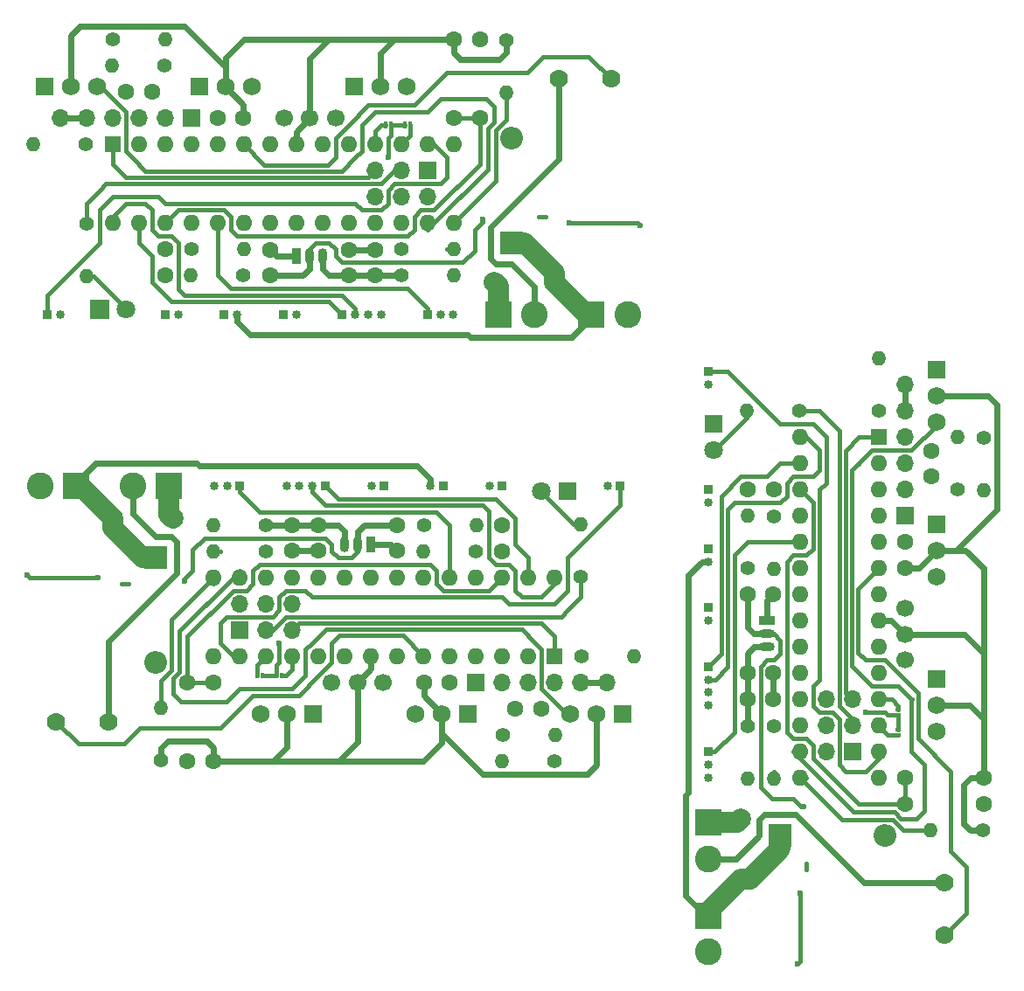
<source format=gtl>
%MOIN*%
%OFA0B0*%
%FSLAX46Y46*%
%IPPOS*%
%LPD*%
%AMREC230*
4,1,3,
0.043307086614173228,0.043307086614173242,
-0.043307086614173242,0.043307086614173228,
-0.043307086614173228,-0.043307086614173242,
0.043307086614173242,-0.043307086614173228,
0*%
%AMREC240*
4,1,3,
0.033464566929133854,0.033464566929133861,
-0.033464566929133861,0.033464566929133854,
-0.033464566929133854,-0.033464566929133861,
0.033464566929133861,-0.033464566929133854,
0*%
%AMREC250*
4,1,3,
0.007874015748031496,0.011811023622047244,
-0.0078740157480314977,0.011811023622047244,
-0.007874015748031496,-0.011811023622047244,
0.0078740157480314977,-0.011811023622047244,
0*%
%AMREC260*
4,1,3,
0.035433070866141732,0.035433070866141739,
-0.035433070866141739,0.035433070866141732,
-0.035433070866141732,-0.035433070866141739,
0.035433070866141739,-0.035433070866141732,
0*%
%AMREC270*
4,1,3,
0.03444881889763779,0.0344488188976378,
-0.0344488188976378,0.03444881889763779,
-0.03444881889763779,-0.0344488188976378,
0.0344488188976378,-0.03444881889763779,
0*%
%AMREC280*
4,1,3,
0.031496062992125984,0.031496062992125991,
-0.031496062992125991,0.031496062992125984,
-0.031496062992125984,-0.031496062992125991,
0.031496062992125991,-0.031496062992125984,
0*%
%AMREC290*
4,1,3,
0.051181102362204724,0.051181102362204738,
-0.051181102362204738,0.051181102362204724,
-0.051181102362204724,-0.051181102362204738,
0.051181102362204738,-0.051181102362204724,
0*%
%AMREC300*
4,1,3,
0.017716535433070862,0.029527559055118113,
-0.017716535433070873,0.029527559055118113,
-0.017716535433070862,-0.029527559055118113,
0.017716535433070873,-0.029527559055118113,
0*%
%AMREC310*
4,1,3,
0.016732283464566927,0.016732283464566931,
-0.016732283464566931,0.016732283464566927,
-0.016732283464566927,-0.016732283464566931,
0.016732283464566931,-0.016732283464566927,
0*%
%ADD10C,0.0039370078740157488*%
%ADD11R,0.086614173228346469X0.086614173228346469*%
%ADD12O,0.086614173228346469X0.086614173228346469*%
%ADD13C,0.07*%
%ADD14R,0.066929133858267723X0.066929133858267723*%
%ADD15O,0.066929133858267723X0.066929133858267723*%
%ADD16R,0.015748031496062995X0.023622047244094488*%
%ADD17R,0.070866141732283464X0.070866141732283464*%
%ADD18C,0.070866141732283464*%
%ADD19C,0.068897637795275593*%
%ADD20R,0.068897637795275593X0.068897637795275593*%
%ADD21C,0.07874015748031496*%
%ADD22R,0.062992125984251982X0.062992125984251982*%
%ADD23O,0.062992125984251982X0.062992125984251982*%
%ADD24R,0.10236220472440946X0.10236220472440946*%
%ADD25C,0.10236220472440946*%
%ADD26C,0.066929133858267723*%
%ADD27C,0.055118110236220472*%
%ADD28O,0.055118110236220472X0.055118110236220472*%
%ADD29C,0.062992125984251982*%
%ADD30O,0.035433070866141732X0.059055118110236227*%
%ADD31R,0.035433070866141732X0.059055118110236227*%
%ADD32R,0.033464566929133861X0.033464566929133861*%
%ADD33C,0.033464566929133861*%
%ADD34C,0.023622047244094488*%
%ADD35C,0.016*%
%ADD36C,0.024000000000000004*%
%ADD37C,0.08*%
%ADD48C,0.0039370078740157488*%
%AMCOMP63*
4,1,3,
0.043307086614173228,0.043307086614173242,
-0.043307086614173242,0.043307086614173228,
-0.043307086614173228,-0.043307086614173242,
0.043307086614173242,-0.043307086614173228,
0*%
%ADD49COMP63*%
%ADD50O,0.086614173228346469X0.086614173228346469*%
%ADD51C,0.07*%
%AMCOMP64*
4,1,3,
0.033464566929133854,0.033464566929133861,
-0.033464566929133861,0.033464566929133854,
-0.033464566929133854,-0.033464566929133861,
0.033464566929133861,-0.033464566929133854,
0*%
%ADD52COMP64*%
%ADD53O,0.066929133858267723X0.066929133858267723*%
%AMCOMP65*
4,1,3,
0.007874015748031496,0.011811023622047244,
-0.0078740157480314977,0.011811023622047244,
-0.007874015748031496,-0.011811023622047244,
0.0078740157480314977,-0.011811023622047244,
0*%
%ADD54COMP65*%
%AMCOMP66*
4,1,3,
0.035433070866141732,0.035433070866141739,
-0.035433070866141739,0.035433070866141732,
-0.035433070866141732,-0.035433070866141739,
0.035433070866141739,-0.035433070866141732,
0*%
%ADD55COMP66*%
%ADD56C,0.070866141732283464*%
%ADD57C,0.068897637795275593*%
%AMCOMP67*
4,1,3,
0.03444881889763779,0.0344488188976378,
-0.0344488188976378,0.03444881889763779,
-0.03444881889763779,-0.0344488188976378,
0.0344488188976378,-0.03444881889763779,
0*%
%ADD58COMP67*%
%ADD59C,0.07874015748031496*%
%AMCOMP68*
4,1,3,
0.031496062992125984,0.031496062992125991,
-0.031496062992125991,0.031496062992125984,
-0.031496062992125984,-0.031496062992125991,
0.031496062992125991,-0.031496062992125984,
0*%
%ADD60COMP68*%
%ADD61O,0.062992125984251982X0.062992125984251982*%
%AMCOMP69*
4,1,3,
0.051181102362204724,0.051181102362204738,
-0.051181102362204738,0.051181102362204724,
-0.051181102362204724,-0.051181102362204738,
0.051181102362204738,-0.051181102362204724,
0*%
%ADD62COMP69*%
%ADD63C,0.10236220472440946*%
%ADD64C,0.066929133858267723*%
%ADD65C,0.055118110236220472*%
%ADD66O,0.055118110236220472X0.055118110236220472*%
%ADD67C,0.062992125984251982*%
%ADD68O,0.035433070866141732X0.059055118110236227*%
%AMCOMP70*
4,1,3,
0.017716535433070862,0.029527559055118113,
-0.017716535433070873,0.029527559055118113,
-0.017716535433070862,-0.029527559055118113,
0.017716535433070873,-0.029527559055118113,
0*%
%ADD69COMP70*%
%AMCOMP71*
4,1,3,
0.016732283464566927,0.016732283464566931,
-0.016732283464566931,0.016732283464566927,
-0.016732283464566927,-0.016732283464566931,
0.016732283464566931,-0.016732283464566927,
0*%
%ADD70COMP71*%
%ADD71C,0.033464566929133861*%
%ADD72C,0.023622047244094488*%
%ADD73C,0.016*%
%ADD74C,0.024000000000000004*%
%ADD75C,0.08*%
%ADD76C,0.0039370078740157488*%
%ADD77R,0.086614173228346469X0.086614173228346469*%
%ADD78O,0.086614173228346469X0.086614173228346469*%
%ADD79C,0.07*%
%ADD80R,0.066929133858267723X0.066929133858267723*%
%ADD81O,0.066929133858267723X0.066929133858267723*%
%ADD82R,0.023622047244094488X0.015748031496062995*%
%ADD83R,0.070866141732283464X0.070866141732283464*%
%ADD84C,0.070866141732283464*%
%ADD85C,0.068897637795275593*%
%ADD86R,0.068897637795275593X0.068897637795275593*%
%ADD87C,0.07874015748031496*%
%ADD88R,0.062992125984251982X0.062992125984251982*%
%ADD89O,0.062992125984251982X0.062992125984251982*%
%ADD90R,0.10236220472440946X0.10236220472440946*%
%ADD91C,0.10236220472440946*%
%ADD92C,0.066929133858267723*%
%ADD93C,0.055118110236220472*%
%ADD94O,0.055118110236220472X0.055118110236220472*%
%ADD95C,0.062992125984251982*%
%ADD96O,0.059055118110236227X0.035433070866141732*%
%ADD97R,0.059055118110236227X0.035433070866141732*%
%ADD98R,0.033464566929133861X0.033464566929133861*%
%ADD99C,0.033464566929133861*%
%ADD100C,0.023622047244094488*%
%ADD101C,0.016*%
%ADD102C,0.024000000000000004*%
%ADD103C,0.08*%
G01*
D10*
D11*
X-0001338582Y0005393700D02*
X0000661417Y0001643700D03*
D12*
X0000661417Y0001243700D03*
D13*
X0000481417Y0001018700D03*
X0000281417Y0001018700D03*
D14*
X0001881417Y0001168700D03*
D15*
X0001981417Y0001168700D03*
X0002081417Y0001168700D03*
X0002181417Y0001168700D03*
X0002281417Y0001168700D03*
X0002381417Y0001168700D03*
D16*
X0001141259Y0001193700D03*
X0001121574Y0001193700D03*
D17*
X0002231417Y0001898700D03*
D18*
X0002131417Y0001898700D03*
D19*
X0002240866Y0001048622D03*
X0002340866Y0001048622D03*
D20*
X0002440866Y0001048622D03*
D21*
X0000497244Y0001793700D03*
X0000725590Y0001793700D03*
D22*
X0002181417Y0001268700D03*
D23*
X0000881417Y0001568700D03*
X0002081417Y0001268700D03*
X0000981417Y0001568700D03*
X0001981417Y0001268700D03*
X0001081417Y0001568700D03*
X0001881417Y0001268700D03*
X0001181417Y0001568700D03*
X0001781417Y0001268700D03*
X0001281417Y0001568700D03*
X0001681417Y0001268700D03*
X0001381417Y0001568700D03*
X0001581417Y0001268700D03*
X0001481417Y0001568700D03*
X0001481417Y0001268700D03*
X0001581417Y0001568700D03*
X0001381417Y0001268700D03*
X0001681417Y0001568700D03*
X0001281417Y0001268700D03*
X0001781417Y0001568700D03*
X0001181417Y0001268700D03*
X0001881417Y0001568700D03*
X0001081417Y0001268700D03*
X0001981417Y0001568700D03*
X0000981417Y0001268700D03*
X0002081417Y0001568700D03*
X0000881417Y0001268700D03*
X0002181417Y0001568700D03*
D24*
X0000711417Y0001918700D03*
D25*
X0000573622Y0001918700D03*
D24*
X0000356417Y0001918700D03*
D25*
X0000218622Y0001918700D03*
D26*
X0001331417Y0001168700D03*
X0001429842Y0001168700D03*
X0001528267Y0001168700D03*
D27*
X0001982992Y0000968700D03*
D28*
X0002182992Y0000968700D03*
D27*
X0002179842Y0000868700D03*
D28*
X0001979842Y0000868700D03*
D29*
X0001581417Y0001768700D03*
X0001581417Y0001670275D03*
X0001281417Y0001768700D03*
X0001281417Y0001670275D03*
X0001781417Y0001168700D03*
X0001682992Y0001168700D03*
D30*
X0001431417Y0001693700D03*
X0001381417Y0001693700D03*
D31*
X0001481417Y0001693700D03*
D29*
X0001181417Y0001768700D03*
X0001181417Y0001670275D03*
X0002031417Y0001068700D03*
X0002129842Y0001068700D03*
D27*
X0002282992Y0001268700D03*
D28*
X0002482992Y0001268700D03*
D29*
X0001981417Y0001668700D03*
X0001981417Y0001767125D03*
D27*
X0001682992Y0001768700D03*
D28*
X0001882992Y0001768700D03*
D27*
X0001879842Y0001668700D03*
D28*
X0001679842Y0001668700D03*
D19*
X0001650314Y0001048622D03*
X0001750314Y0001048622D03*
D20*
X0001850314Y0001048622D03*
D19*
X0001059763Y0001048622D03*
X0001159763Y0001048622D03*
D20*
X0001259763Y0001048622D03*
D27*
X0001079842Y0001668700D03*
D28*
X0000879842Y0001668700D03*
D27*
X0001079842Y0001768700D03*
D28*
X0000879842Y0001768700D03*
D27*
X0002281417Y0001570275D03*
D28*
X0002281417Y0001770275D03*
D29*
X0000781417Y0001168700D03*
X0000781417Y0000868700D03*
X0000881417Y0001168700D03*
X0000881417Y0000868700D03*
D27*
X0000681417Y0000870275D03*
D28*
X0000681417Y0001070275D03*
D14*
X0000981417Y0001368700D03*
D15*
X0000981417Y0001468700D03*
X0001081417Y0001368700D03*
X0001081417Y0001468700D03*
X0001181417Y0001368700D03*
X0001181417Y0001468700D03*
D32*
X0001756417Y0001918700D03*
D33*
X0001707204Y0001918700D03*
D32*
X0001306417Y0001918700D03*
D33*
X0001257204Y0001918700D03*
X0001207992Y0001918700D03*
X0001158779Y0001918700D03*
D32*
X0001531417Y0001918700D03*
D33*
X0001482204Y0001918700D03*
D32*
X0002431417Y0001918700D03*
D33*
X0002382204Y0001918700D03*
D32*
X0001981417Y0001918700D03*
D33*
X0001932204Y0001918700D03*
D32*
X0000981417Y0001918700D03*
D33*
X0000932204Y0001918700D03*
X0000882992Y0001918700D03*
D16*
X0001046574Y0001193700D03*
X0001066259Y0001193700D03*
D34*
X0001131417Y0001318700D03*
X0000171417Y0001578700D03*
X0000441417Y0001568700D03*
X0000771417Y0001553700D03*
D35*
X0000531417Y0001543700D02*
X0000556417Y0001543700D01*
X0002181417Y0001268700D02*
X0002181417Y0001343700D01*
X0001207543Y0001394826D02*
X0001181417Y0001368700D01*
X0002130291Y0001394826D02*
X0001207543Y0001394826D01*
X0002181417Y0001343700D02*
X0002130291Y0001394826D01*
X0002181417Y0001293700D02*
X0002181417Y0001268700D01*
D36*
X0000573622Y0001918700D02*
X0000573622Y0001811496D01*
X0000481417Y0001323700D02*
X0000481417Y0001018700D01*
X0000741417Y0001583700D02*
X0000481417Y0001323700D01*
X0000741417Y0001703700D02*
X0000741417Y0001583700D01*
X0000721417Y0001723700D02*
X0000741417Y0001703700D01*
X0000661417Y0001723700D02*
X0000721417Y0001723700D01*
X0000573622Y0001811496D02*
X0000661417Y0001723700D01*
D35*
X0001121574Y0001193700D02*
X0001121574Y0001233858D01*
X0001131417Y0001243700D02*
X0001131417Y0001318700D01*
X0001121574Y0001233858D02*
X0001131417Y0001243700D01*
X0001121574Y0001193700D02*
X0001066259Y0001193700D01*
D36*
X0001481417Y0001693700D02*
X0001557992Y0001693700D01*
X0001557992Y0001693700D02*
X0001581417Y0001670275D01*
X0001181417Y0001670275D02*
X0001281417Y0001670275D01*
X0001429842Y0001168700D02*
X0001429842Y0000942125D01*
X0001429842Y0000942125D02*
X0001356417Y0000868700D01*
X0001481417Y0001268700D02*
X0001481417Y0001220275D01*
X0001481417Y0001220275D02*
X0001429842Y0001168700D01*
X0000881417Y0000868700D02*
X0000881417Y0000918700D01*
X0000681417Y0000918700D02*
X0000681417Y0000870275D01*
X0000706417Y0000943700D02*
X0000681417Y0000918700D01*
X0000856417Y0000943700D02*
X0000706417Y0000943700D01*
X0000881417Y0000918700D02*
X0000856417Y0000943700D01*
X0001159763Y0001048622D02*
X0001159763Y0000922047D01*
X0001159763Y0000922047D02*
X0001106417Y0000868700D01*
X0001750314Y0001048622D02*
X0001750314Y0000937598D01*
X0001750314Y0000937598D02*
X0001681417Y0000868700D01*
X0001681417Y0000868700D02*
X0001356417Y0000868700D01*
X0001356417Y0000868700D02*
X0001106417Y0000868700D01*
X0001106417Y0000868700D02*
X0000881417Y0000868700D01*
X0002340866Y0001048622D02*
X0002340866Y0000853149D01*
X0001750314Y0000974803D02*
X0001750314Y0001048622D01*
X0001906417Y0000818700D02*
X0001750314Y0000974803D01*
X0002306417Y0000818700D02*
X0001906417Y0000818700D01*
X0002340866Y0000853149D02*
X0002306417Y0000818700D01*
X0002381417Y0001168700D02*
X0002281417Y0001168700D01*
X0002331417Y0001058070D02*
X0002340866Y0001048622D01*
X0001682992Y0001168700D02*
X0001682992Y0001115944D01*
X0001682992Y0001115944D02*
X0001750314Y0001048622D01*
D35*
X0000981417Y0001918700D02*
X0000981417Y0001893700D01*
X0001781417Y0001768700D02*
X0001781417Y0001568700D01*
X0001731417Y0001818700D02*
X0001781417Y0001768700D01*
X0001056417Y0001818700D02*
X0001731417Y0001818700D01*
X0000981417Y0001893700D02*
X0001056417Y0001818700D01*
X0000879842Y0001668700D02*
X0000906417Y0001668700D01*
X0000781417Y0001218700D02*
X0000781417Y0001343700D01*
X0000781417Y0001168700D02*
X0000781417Y0001218700D01*
X0000781417Y0001343700D02*
X0000956417Y0001518700D01*
X0000881417Y0001168700D02*
X0000781417Y0001168700D01*
X0001106417Y0001618700D02*
X0001056417Y0001618700D01*
X0001006417Y0001518700D02*
X0000956417Y0001518700D01*
X0001031417Y0001543700D02*
X0001006417Y0001518700D01*
X0001031417Y0001593700D02*
X0001031417Y0001543700D01*
X0001056417Y0001618700D02*
X0001031417Y0001593700D01*
X0001981417Y0001568700D02*
X0001931417Y0001518700D01*
X0001756417Y0001518700D02*
X0001931417Y0001518700D01*
X0001731417Y0001543700D02*
X0001756417Y0001518700D01*
X0001731417Y0001593700D02*
X0001731417Y0001543700D01*
X0001706417Y0001618700D02*
X0001731417Y0001593700D01*
X0001106417Y0001618700D02*
X0001706417Y0001618700D01*
X0002031417Y0001793700D02*
X0002031417Y0001693700D01*
X0001356417Y0001868700D02*
X0001581417Y0001868700D01*
X0001581417Y0001868700D02*
X0001956417Y0001868700D01*
X0001956417Y0001868700D02*
X0002031417Y0001793700D01*
X0001306417Y0001918700D02*
X0001356417Y0001868700D01*
X0002081417Y0001643700D02*
X0002081417Y0001568700D01*
X0002031417Y0001693700D02*
X0002081417Y0001643700D01*
X0002181417Y0001568700D02*
X0002181417Y0001543700D01*
X0002181417Y0001543700D02*
X0002131417Y0001493700D01*
X0002131417Y0001493700D02*
X0002056417Y0001493700D01*
X0002056417Y0001493700D02*
X0002031417Y0001518700D01*
X0002031417Y0001518700D02*
X0002031417Y0001593700D01*
X0002031417Y0001593700D02*
X0002006417Y0001618700D01*
X0002006417Y0001618700D02*
X0001956417Y0001618700D01*
X0001956417Y0001618700D02*
X0001931417Y0001643700D01*
X0001931417Y0001643700D02*
X0001931417Y0001819826D01*
X0001931417Y0001819826D02*
X0001907543Y0001843700D01*
X0001907543Y0001843700D02*
X0001306417Y0001843700D01*
X0001306417Y0001843700D02*
X0001257204Y0001892913D01*
X0001257204Y0001892913D02*
X0001257204Y0001918700D01*
X0002181417Y0001568700D02*
X0002181417Y0001543700D01*
X0000181417Y0001568700D02*
X0000441417Y0001568700D01*
X0000181417Y0001568700D02*
X0000171417Y0001578700D01*
X0000681417Y0001070275D02*
X0000681417Y0001173700D01*
X0000721417Y0001408700D02*
X0000881417Y0001568700D01*
X0000721417Y0001213700D02*
X0000721417Y0001408700D01*
X0000681417Y0001173700D02*
X0000721417Y0001213700D01*
X0000881417Y0001568700D02*
X0000881417Y0001543700D01*
X0000981417Y0001268700D02*
X0000956417Y0001268700D01*
X0000956417Y0001268700D02*
X0000906417Y0001318700D01*
X0000906417Y0001318700D02*
X0000906417Y0001393700D01*
X0000906417Y0001393700D02*
X0000931417Y0001418700D01*
X0000931417Y0001418700D02*
X0001056417Y0001418700D01*
X0001056417Y0001418700D02*
X0001106417Y0001418700D01*
X0002181417Y0001468700D02*
X0002231417Y0001518700D01*
X0002006417Y0001468700D02*
X0002181417Y0001468700D01*
X0001981417Y0001493700D02*
X0002006417Y0001468700D01*
X0001856417Y0001493700D02*
X0001981417Y0001493700D01*
X0001256417Y0001493700D02*
X0001856417Y0001493700D01*
X0001231417Y0001518700D02*
X0001256417Y0001493700D01*
X0001156417Y0001518700D02*
X0001231417Y0001518700D01*
X0001131417Y0001493700D02*
X0001156417Y0001518700D01*
X0001131417Y0001443700D02*
X0001131417Y0001493700D01*
X0001106417Y0001418700D02*
X0001131417Y0001443700D01*
X0002231417Y0001643700D02*
X0002431417Y0001843700D01*
X0002231417Y0001518700D02*
X0002231417Y0001643700D01*
X0002431417Y0001918700D02*
X0002431417Y0001843700D01*
X0001046574Y0001193700D02*
X0001046574Y0001233858D01*
X0001046574Y0001233858D02*
X0001081417Y0001268700D01*
X0001181417Y0001268700D02*
X0001181417Y0001218700D01*
X0001156417Y0001193700D02*
X0001141259Y0001193700D01*
X0001181417Y0001218700D02*
X0001156417Y0001193700D01*
X0000606417Y0000993700D02*
X0000601417Y0000993700D01*
X0001281417Y0001193700D02*
X0001206417Y0001118700D01*
X0001681417Y0001268700D02*
X0001603039Y0001347078D01*
X0001359795Y0001347078D02*
X0001603039Y0001347078D01*
X0001331417Y0001318700D02*
X0001359795Y0001347078D01*
X0001331417Y0001243700D02*
X0001331417Y0001318700D01*
X0001281417Y0001193700D02*
X0001331417Y0001243700D01*
X0001206417Y0001118700D02*
X0001031417Y0001118700D01*
X0000606417Y0000993700D02*
X0000906417Y0000993700D01*
X0000906417Y0000993700D02*
X0001031417Y0001118700D01*
X0000366417Y0000933700D02*
X0000281417Y0001018700D01*
X0000541417Y0000933700D02*
X0000366417Y0000933700D01*
X0000601417Y0000993700D02*
X0000541417Y0000933700D01*
X0001081417Y0001368700D02*
X0001106417Y0001368700D01*
X0001106417Y0001368700D02*
X0001156417Y0001418700D01*
X0002206417Y0001418700D02*
X0002231417Y0001443700D01*
X0001156417Y0001418700D02*
X0002206417Y0001418700D01*
X0002231417Y0001443700D02*
X0002281417Y0001493700D01*
X0002281417Y0001570275D02*
X0002281417Y0001493700D01*
D36*
X0001281417Y0001768700D02*
X0001356417Y0001768700D01*
X0001381417Y0001743700D02*
X0001381417Y0001693700D01*
X0001356417Y0001768700D02*
X0001381417Y0001743700D01*
X0001181417Y0001768700D02*
X0001281417Y0001768700D01*
X0001079842Y0001768700D02*
X0001181417Y0001768700D01*
D35*
X0002131417Y0001898700D02*
X0002131417Y0001893700D01*
X0002131417Y0001893700D02*
X0002254842Y0001770275D01*
X0002254842Y0001770275D02*
X0002281417Y0001770275D01*
X0000756417Y0001093700D02*
X0000726417Y0001123700D01*
X0000981417Y0001143700D02*
X0000931417Y0001093700D01*
X0000931417Y0001093700D02*
X0000756417Y0001093700D01*
X0001181417Y0001143700D02*
X0000981417Y0001143700D01*
X0000751417Y0001363700D02*
X0000956417Y0001568700D01*
X0000751417Y0001298700D02*
X0000751417Y0001363700D01*
X0000751417Y0001208700D02*
X0000751417Y0001298700D01*
X0000726417Y0001183700D02*
X0000751417Y0001208700D01*
X0000726417Y0001123700D02*
X0000726417Y0001183700D01*
X0000956417Y0001568700D02*
X0000981417Y0001568700D01*
X0000981417Y0001568700D02*
X0000956417Y0001568700D01*
X0001181417Y0001142574D02*
X0001181417Y0001143700D01*
X0000981417Y0001568700D02*
X0000981417Y0001593700D01*
X0001231417Y0001243700D02*
X0001231417Y0001193700D01*
X0001231417Y0001243700D02*
X0001231417Y0001293700D01*
X0001231417Y0001293700D02*
X0001256417Y0001318700D01*
X0001308669Y0001370952D02*
X0001256417Y0001318700D01*
X0002056417Y0001370952D02*
X0001308669Y0001370952D01*
X0002081417Y0001345952D02*
X0002056417Y0001370952D01*
X0002081417Y0001345952D02*
X0002081417Y0001343700D01*
X0001231417Y0001193700D02*
X0001181417Y0001143700D01*
X0002131417Y0001143700D02*
X0002226496Y0001048622D01*
X0002081417Y0001343700D02*
X0002131417Y0001293700D01*
X0002131417Y0001293700D02*
X0002131417Y0001143700D01*
X0002079165Y0001345952D02*
X0002081417Y0001343700D01*
X0002226496Y0001048622D02*
X0002240866Y0001048622D01*
D37*
X0000711417Y0001918700D02*
X0000711417Y0001807874D01*
X0000711417Y0001807874D02*
X0000725590Y0001793700D01*
D36*
X0000356417Y0001918700D02*
X0000356417Y0001928700D01*
X0000356417Y0001928700D02*
X0000431417Y0002003700D01*
X0000816417Y0002003700D02*
X0000826417Y0001993700D01*
X0000431417Y0002003700D02*
X0000816417Y0002003700D01*
D37*
X0000356417Y0001918700D02*
X0000372244Y0001918700D01*
X0000372244Y0001918700D02*
X0000497244Y0001793700D01*
X0000497244Y0001793700D02*
X0000497244Y0001757874D01*
X0000497244Y0001757874D02*
X0000611417Y0001643700D01*
X0000611417Y0001643700D02*
X0000661417Y0001643700D01*
D36*
X0001707204Y0001918700D02*
X0001707204Y0001942913D01*
X0001656417Y0001993700D02*
X0000826417Y0001993700D01*
X0001707204Y0001942913D02*
X0001656417Y0001993700D01*
D35*
X0000771417Y0001553700D02*
X0000771417Y0001563700D01*
X0000801417Y0001673700D02*
X0000846417Y0001718700D01*
X0000801417Y0001593700D02*
X0000801417Y0001673700D01*
X0000771417Y0001563700D02*
X0000801417Y0001593700D01*
X0001306417Y0001718700D02*
X0000846417Y0001718700D01*
X0001407543Y0001643700D02*
X0001356417Y0001643700D01*
X0001356417Y0001643700D02*
X0001331417Y0001668700D01*
X0001331417Y0001668700D02*
X0001331417Y0001693700D01*
X0001331417Y0001693700D02*
X0001306417Y0001718700D01*
X0001407543Y0001643700D02*
X0001431417Y0001667574D01*
X0001431417Y0001693700D02*
X0001431417Y0001667574D01*
D36*
X0001431417Y0001693700D02*
X0001431417Y0001743700D01*
X0001456417Y0001768700D02*
X0001581417Y0001768700D01*
X0001431417Y0001743700D02*
X0001456417Y0001768700D01*
G04 next file*
G04 #@! TF.FileFunction,Copper,L1,Top,Signal*
G04 Gerber Fmt 4.6, Leading zero omitted, Abs format (unit mm)*
G04 Created by KiCad (PCBNEW 4.0.7) date 07/26/19 16:42:22*
G01*
G04 APERTURE LIST*
G04 APERTURE END LIST*
D48*
D49*
X0004015748Y-0000905511D02*
X0002015747Y0002844488D03*
D50*
X0002015747Y0003244488D03*
D51*
X0002195747Y0003469488D03*
X0002395747Y0003469488D03*
D52*
X0000795747Y0003319488D03*
D53*
X0000695747Y0003319488D03*
X0000595747Y0003319488D03*
X0000495747Y0003319488D03*
X0000395747Y0003319488D03*
X0000295747Y0003319488D03*
D54*
X0001535905Y0003294488D03*
X0001555590Y0003294488D03*
D55*
X0000445747Y0002589488D03*
D56*
X0000545747Y0002589488D03*
D57*
X0000436299Y0003439566D03*
X0000336299Y0003439566D03*
D58*
X0000236299Y0003439566D03*
D59*
X0002179921Y0002694488D03*
X0001951574Y0002694488D03*
D60*
X0000495747Y0003219488D03*
D61*
X0001795747Y0002919488D03*
X0000595747Y0003219488D03*
X0001695747Y0002919488D03*
X0000695747Y0003219488D03*
X0001595747Y0002919488D03*
X0000795747Y0003219488D03*
X0001495747Y0002919488D03*
X0000895747Y0003219488D03*
X0001395747Y0002919488D03*
X0000995747Y0003219488D03*
X0001295747Y0002919488D03*
X0001095747Y0003219488D03*
X0001195747Y0002919488D03*
X0001195747Y0003219488D03*
X0001095747Y0002919488D03*
X0001295747Y0003219488D03*
X0000995747Y0002919488D03*
X0001395747Y0003219488D03*
X0000895747Y0002919488D03*
X0001495747Y0003219488D03*
X0000795747Y0002919488D03*
X0001595747Y0003219488D03*
X0000695747Y0002919488D03*
X0001695747Y0003219488D03*
X0000595747Y0002919488D03*
X0001795747Y0003219488D03*
X0000495747Y0002919488D03*
D62*
X0001965747Y0002569488D03*
D63*
X0002103543Y0002569488D03*
D62*
X0002320747Y0002569488D03*
D63*
X0002458543Y0002569488D03*
D64*
X0001345747Y0003319488D03*
X0001247322Y0003319488D03*
X0001148897Y0003319488D03*
D65*
X0000694173Y0003519488D03*
D66*
X0000494173Y0003519488D03*
D65*
X0000497322Y0003619488D03*
D66*
X0000697322Y0003619488D03*
D67*
X0001095747Y0002719488D03*
X0001095747Y0002817913D03*
X0001395747Y0002719488D03*
X0001395747Y0002817913D03*
X0000895747Y0003319488D03*
X0000994173Y0003319488D03*
D68*
X0001245747Y0002794488D03*
X0001295747Y0002794488D03*
D69*
X0001195747Y0002794488D03*
D67*
X0001495747Y0002719488D03*
X0001495747Y0002817913D03*
X0000645747Y0003419488D03*
X0000547322Y0003419488D03*
D65*
X0000394173Y0003219488D03*
D66*
X0000194173Y0003219488D03*
D67*
X0000695747Y0002819488D03*
X0000695747Y0002721062D03*
D65*
X0000994173Y0002719488D03*
D66*
X0000794173Y0002719488D03*
D65*
X0000797322Y0002819488D03*
D66*
X0000997322Y0002819488D03*
D57*
X0001026850Y0003439566D03*
X0000926850Y0003439566D03*
D58*
X0000826850Y0003439566D03*
D57*
X0001617401Y0003439566D03*
X0001517401Y0003439566D03*
D58*
X0001417401Y0003439566D03*
D65*
X0001597322Y0002819488D03*
D66*
X0001797322Y0002819488D03*
D65*
X0001597322Y0002719488D03*
D66*
X0001797322Y0002719488D03*
D65*
X0000395747Y0002917913D03*
D66*
X0000395747Y0002717913D03*
D67*
X0001895747Y0003319488D03*
X0001895747Y0003619488D03*
X0001795747Y0003319488D03*
X0001795747Y0003619488D03*
D65*
X0001995747Y0003617913D03*
D66*
X0001995747Y0003417913D03*
D52*
X0001695747Y0003119488D03*
D53*
X0001695747Y0003019488D03*
X0001595747Y0003119488D03*
X0001595747Y0003019488D03*
X0001495747Y0003119488D03*
X0001495747Y0003019488D03*
D70*
X0000920747Y0002569488D03*
D71*
X0000969960Y0002569488D03*
D70*
X0001370747Y0002569488D03*
D71*
X0001419960Y0002569488D03*
X0001469173Y0002569488D03*
X0001518385Y0002569488D03*
D70*
X0001145747Y0002569488D03*
D71*
X0001194960Y0002569488D03*
D70*
X0000245747Y0002569488D03*
D71*
X0000294960Y0002569488D03*
D70*
X0000695747Y0002569488D03*
D71*
X0000744960Y0002569488D03*
D70*
X0001695747Y0002569488D03*
D71*
X0001744960Y0002569488D03*
X0001794173Y0002569488D03*
D54*
X0001630590Y0003294488D03*
X0001610905Y0003294488D03*
D72*
X0001545747Y0003169488D03*
X0002505747Y0002909488D03*
X0002235747Y0002919488D03*
X0001905747Y0002934488D03*
D73*
X0002145747Y0002944488D02*
X0002120747Y0002944488D01*
X0000495747Y0003219488D02*
X0000495747Y0003144488D01*
X0001469622Y0003093362D02*
X0001495747Y0003119488D01*
X0000546873Y0003093362D02*
X0001469622Y0003093362D01*
X0000495747Y0003144488D02*
X0000546873Y0003093362D01*
X0000495747Y0003194488D02*
X0000495747Y0003219488D01*
D74*
X0002103543Y0002569488D02*
X0002103543Y0002676692D01*
X0002195747Y0003164488D02*
X0002195747Y0003469488D01*
X0001935747Y0002904488D02*
X0002195747Y0003164488D01*
X0001935747Y0002784488D02*
X0001935747Y0002904488D01*
X0001955747Y0002764488D02*
X0001935747Y0002784488D01*
X0002015747Y0002764488D02*
X0001955747Y0002764488D01*
X0002103543Y0002676692D02*
X0002015747Y0002764488D01*
D73*
X0001555590Y0003294488D02*
X0001555590Y0003254330D01*
X0001545747Y0003244488D02*
X0001545747Y0003169488D01*
X0001555590Y0003254330D02*
X0001545747Y0003244488D01*
X0001555590Y0003294488D02*
X0001610905Y0003294488D01*
D74*
X0001195747Y0002794488D02*
X0001119173Y0002794488D01*
X0001119173Y0002794488D02*
X0001095747Y0002817913D01*
X0001495747Y0002817913D02*
X0001395747Y0002817913D01*
X0001247322Y0003319488D02*
X0001247322Y0003546062D01*
X0001247322Y0003546062D02*
X0001320747Y0003619488D01*
X0001195747Y0003219488D02*
X0001195747Y0003267913D01*
X0001195747Y0003267913D02*
X0001247322Y0003319488D01*
X0001795747Y0003619488D02*
X0001795747Y0003569488D01*
X0001995747Y0003569488D02*
X0001995747Y0003617913D01*
X0001970747Y0003544488D02*
X0001995747Y0003569488D01*
X0001820747Y0003544488D02*
X0001970747Y0003544488D01*
X0001795747Y0003569488D02*
X0001820747Y0003544488D01*
X0001517401Y0003439566D02*
X0001517401Y0003566141D01*
X0001517401Y0003566141D02*
X0001570747Y0003619488D01*
X0000926850Y0003439566D02*
X0000926850Y0003550590D01*
X0000926850Y0003550590D02*
X0000995747Y0003619488D01*
X0000995747Y0003619488D02*
X0001320747Y0003619488D01*
X0001320747Y0003619488D02*
X0001570747Y0003619488D01*
X0001570747Y0003619488D02*
X0001795747Y0003619488D01*
X0000336299Y0003439566D02*
X0000336299Y0003635039D01*
X0000926850Y0003513385D02*
X0000926850Y0003439566D01*
X0000770747Y0003669488D02*
X0000926850Y0003513385D01*
X0000370747Y0003669488D02*
X0000770747Y0003669488D01*
X0000336299Y0003635039D02*
X0000370747Y0003669488D01*
X0000295747Y0003319488D02*
X0000395747Y0003319488D01*
X0000345747Y0003430118D02*
X0000336299Y0003439566D01*
X0000994173Y0003319488D02*
X0000994173Y0003372244D01*
X0000994173Y0003372244D02*
X0000926850Y0003439566D01*
D73*
X0001695747Y0002569488D02*
X0001695747Y0002594488D01*
X0000895747Y0002719488D02*
X0000895747Y0002919488D01*
X0000945747Y0002669488D02*
X0000895747Y0002719488D01*
X0001620747Y0002669488D02*
X0000945747Y0002669488D01*
X0001695747Y0002594488D02*
X0001620747Y0002669488D01*
X0001797322Y0002819488D02*
X0001770747Y0002819488D01*
X0001895747Y0003269488D02*
X0001895747Y0003144488D01*
X0001895747Y0003319488D02*
X0001895747Y0003269488D01*
X0001895747Y0003144488D02*
X0001720747Y0002969488D01*
X0001795747Y0003319488D02*
X0001895747Y0003319488D01*
X0001570747Y0002869488D02*
X0001620747Y0002869488D01*
X0001670747Y0002969488D02*
X0001720747Y0002969488D01*
X0001645747Y0002944488D02*
X0001670747Y0002969488D01*
X0001645747Y0002894488D02*
X0001645747Y0002944488D01*
X0001620747Y0002869488D02*
X0001645747Y0002894488D01*
X0000695747Y0002919488D02*
X0000745747Y0002969488D01*
X0000920747Y0002969488D02*
X0000745747Y0002969488D01*
X0000945747Y0002944488D02*
X0000920747Y0002969488D01*
X0000945747Y0002894488D02*
X0000945747Y0002944488D01*
X0000970747Y0002869488D02*
X0000945747Y0002894488D01*
X0001570747Y0002869488D02*
X0000970747Y0002869488D01*
X0000645747Y0002694488D02*
X0000645747Y0002794488D01*
X0001320747Y0002619488D02*
X0001095747Y0002619488D01*
X0001095747Y0002619488D02*
X0000720747Y0002619488D01*
X0000720747Y0002619488D02*
X0000645747Y0002694488D01*
X0001370747Y0002569488D02*
X0001320747Y0002619488D01*
X0000595747Y0002844488D02*
X0000595747Y0002919488D01*
X0000645747Y0002794488D02*
X0000595747Y0002844488D01*
X0000495747Y0002919488D02*
X0000495747Y0002944488D01*
X0000495747Y0002944488D02*
X0000545747Y0002994488D01*
X0000545747Y0002994488D02*
X0000620747Y0002994488D01*
X0000620747Y0002994488D02*
X0000645747Y0002969488D01*
X0000645747Y0002969488D02*
X0000645747Y0002894488D01*
X0000645747Y0002894488D02*
X0000670747Y0002869488D01*
X0000670747Y0002869488D02*
X0000720747Y0002869488D01*
X0000720747Y0002869488D02*
X0000745747Y0002844488D01*
X0000745747Y0002844488D02*
X0000745747Y0002668362D01*
X0000745747Y0002668362D02*
X0000769622Y0002644488D01*
X0000769622Y0002644488D02*
X0001370747Y0002644488D01*
X0001370747Y0002644488D02*
X0001419960Y0002595275D01*
X0001419960Y0002595275D02*
X0001419960Y0002569488D01*
X0000495747Y0002919488D02*
X0000495747Y0002944488D01*
X0002495747Y0002919488D02*
X0002235747Y0002919488D01*
X0002495747Y0002919488D02*
X0002505747Y0002909488D01*
X0001995747Y0003417913D02*
X0001995747Y0003314488D01*
X0001955747Y0003079488D02*
X0001795747Y0002919488D01*
X0001955747Y0003274488D02*
X0001955747Y0003079488D01*
X0001995747Y0003314488D02*
X0001955747Y0003274488D01*
X0001795747Y0002919488D02*
X0001795747Y0002944488D01*
X0001695747Y0003219488D02*
X0001720747Y0003219488D01*
X0001720747Y0003219488D02*
X0001770747Y0003169488D01*
X0001770747Y0003169488D02*
X0001770747Y0003094488D01*
X0001770747Y0003094488D02*
X0001745747Y0003069488D01*
X0001745747Y0003069488D02*
X0001620747Y0003069488D01*
X0001620747Y0003069488D02*
X0001570747Y0003069488D01*
X0000495747Y0003019488D02*
X0000445747Y0002969488D01*
X0000670747Y0003019488D02*
X0000495747Y0003019488D01*
X0000695747Y0002994488D02*
X0000670747Y0003019488D01*
X0000820747Y0002994488D02*
X0000695747Y0002994488D01*
X0001420747Y0002994488D02*
X0000820747Y0002994488D01*
X0001445747Y0002969488D02*
X0001420747Y0002994488D01*
X0001520747Y0002969488D02*
X0001445747Y0002969488D01*
X0001545747Y0002994488D02*
X0001520747Y0002969488D01*
X0001545747Y0003044488D02*
X0001545747Y0002994488D01*
X0001570747Y0003069488D02*
X0001545747Y0003044488D01*
X0000445747Y0002844488D02*
X0000245747Y0002644488D01*
X0000445747Y0002969488D02*
X0000445747Y0002844488D01*
X0000245747Y0002569488D02*
X0000245747Y0002644488D01*
X0001630590Y0003294488D02*
X0001630590Y0003254330D01*
X0001630590Y0003254330D02*
X0001595747Y0003219488D01*
X0001495747Y0003219488D02*
X0001495747Y0003269488D01*
X0001520747Y0003294488D02*
X0001535905Y0003294488D01*
X0001495747Y0003269488D02*
X0001520747Y0003294488D01*
X0002070747Y0003494488D02*
X0002075747Y0003494488D01*
X0001395747Y0003294488D02*
X0001470747Y0003369488D01*
X0000995747Y0003219488D02*
X0001074125Y0003141110D01*
X0001317370Y0003141110D02*
X0001074125Y0003141110D01*
X0001345747Y0003169488D02*
X0001317370Y0003141110D01*
X0001345747Y0003244488D02*
X0001345747Y0003169488D01*
X0001395747Y0003294488D02*
X0001345747Y0003244488D01*
X0001470747Y0003369488D02*
X0001645747Y0003369488D01*
X0002070747Y0003494488D02*
X0001770747Y0003494488D01*
X0001770747Y0003494488D02*
X0001645747Y0003369488D01*
X0002310747Y0003554488D02*
X0002395747Y0003469488D01*
X0002135747Y0003554488D02*
X0002310747Y0003554488D01*
X0002075747Y0003494488D02*
X0002135747Y0003554488D01*
X0001595747Y0003119488D02*
X0001570747Y0003119488D01*
X0001570747Y0003119488D02*
X0001520747Y0003069488D01*
X0000470747Y0003069488D02*
X0000445747Y0003044488D01*
X0001520747Y0003069488D02*
X0000470747Y0003069488D01*
X0000445747Y0003044488D02*
X0000395747Y0002994488D01*
X0000395747Y0002917913D02*
X0000395747Y0002994488D01*
D74*
X0001395747Y0002719488D02*
X0001320747Y0002719488D01*
X0001295747Y0002744488D02*
X0001295747Y0002794488D01*
X0001320747Y0002719488D02*
X0001295747Y0002744488D01*
X0001495747Y0002719488D02*
X0001395747Y0002719488D01*
X0001597322Y0002719488D02*
X0001495747Y0002719488D01*
D73*
X0000545747Y0002589488D02*
X0000545747Y0002594488D01*
X0000545747Y0002594488D02*
X0000422322Y0002717913D01*
X0000422322Y0002717913D02*
X0000395747Y0002717913D01*
X0001920747Y0003394488D02*
X0001950747Y0003364488D01*
X0001695747Y0003344488D02*
X0001745747Y0003394488D01*
X0001745747Y0003394488D02*
X0001920747Y0003394488D01*
X0001495747Y0003344488D02*
X0001695747Y0003344488D01*
X0001925747Y0003124488D02*
X0001720747Y0002919488D01*
X0001925747Y0003189488D02*
X0001925747Y0003124488D01*
X0001925747Y0003279488D02*
X0001925747Y0003189488D01*
X0001950747Y0003304488D02*
X0001925747Y0003279488D01*
X0001950747Y0003364488D02*
X0001950747Y0003304488D01*
X0001720747Y0002919488D02*
X0001695747Y0002919488D01*
X0001695747Y0002919488D02*
X0001720747Y0002919488D01*
X0001495747Y0003345614D02*
X0001495747Y0003344488D01*
X0001695747Y0002919488D02*
X0001695747Y0002894488D01*
X0001445747Y0003244488D02*
X0001445747Y0003294488D01*
X0001445747Y0003244488D02*
X0001445747Y0003194488D01*
X0001445747Y0003194488D02*
X0001420747Y0003169488D01*
X0001368496Y0003117236D02*
X0001420747Y0003169488D01*
X0000620747Y0003117236D02*
X0001368496Y0003117236D01*
X0000595747Y0003142236D02*
X0000620747Y0003117236D01*
X0000595747Y0003142236D02*
X0000595747Y0003144488D01*
X0001445747Y0003294488D02*
X0001495747Y0003344488D01*
X0000545747Y0003344488D02*
X0000450669Y0003439566D01*
X0000595747Y0003144488D02*
X0000545747Y0003194488D01*
X0000545747Y0003194488D02*
X0000545747Y0003344488D01*
X0000597999Y0003142236D02*
X0000595747Y0003144488D01*
X0000450669Y0003439566D02*
X0000436299Y0003439566D01*
D75*
X0001965747Y0002569488D02*
X0001965747Y0002680314D01*
X0001965747Y0002680314D02*
X0001951574Y0002694488D01*
D74*
X0002320747Y0002569488D02*
X0002320747Y0002559488D01*
X0002320747Y0002559488D02*
X0002245747Y0002484488D01*
X0001860747Y0002484488D02*
X0001850747Y0002494488D01*
X0002245747Y0002484488D02*
X0001860747Y0002484488D01*
D75*
X0002320747Y0002569488D02*
X0002304921Y0002569488D01*
X0002304921Y0002569488D02*
X0002179921Y0002694488D01*
X0002179921Y0002694488D02*
X0002179921Y0002730314D01*
X0002179921Y0002730314D02*
X0002065747Y0002844488D01*
X0002065747Y0002844488D02*
X0002015747Y0002844488D01*
D74*
X0000969960Y0002569488D02*
X0000969960Y0002545275D01*
X0001020747Y0002494488D02*
X0001850747Y0002494488D01*
X0000969960Y0002545275D02*
X0001020747Y0002494488D01*
D73*
X0001905747Y0002934488D02*
X0001905747Y0002924488D01*
X0001875747Y0002814488D02*
X0001830747Y0002769488D01*
X0001875747Y0002894488D02*
X0001875747Y0002814488D01*
X0001905747Y0002924488D02*
X0001875747Y0002894488D01*
X0001370747Y0002769488D02*
X0001830747Y0002769488D01*
X0001269622Y0002844488D02*
X0001320747Y0002844488D01*
X0001320747Y0002844488D02*
X0001345747Y0002819488D01*
X0001345747Y0002819488D02*
X0001345747Y0002794488D01*
X0001345747Y0002794488D02*
X0001370747Y0002769488D01*
X0001269622Y0002844488D02*
X0001245747Y0002820614D01*
X0001245747Y0002794488D02*
X0001245747Y0002820614D01*
D74*
X0001245747Y0002794488D02*
X0001245747Y0002744488D01*
X0001220747Y0002719488D02*
X0001095747Y0002719488D01*
X0001245747Y0002744488D02*
X0001220747Y0002719488D01*
G04 next file*
G04 #@! TF.FileFunction,Copper,L1,Top,Signal*
G04 Gerber Fmt 4.6, Leading zero omitted, Abs format (unit mm)*
G04 Created by KiCad (PCBNEW 4.0.7) date 07/26/19 16:42:22*
G01*
G04 APERTURE LIST*
G04 APERTURE END LIST*
D76*
D77*
X-0000708661Y-0001417322D02*
X0003041338Y0000582677D03*
D78*
X0003441338Y0000582677D03*
D79*
X0003666338Y0000402677D03*
X0003666338Y0000202677D03*
D80*
X0003516338Y0001802677D03*
D81*
X0003516338Y0001902677D03*
X0003516338Y0002002677D03*
X0003516338Y0002102677D03*
X0003516338Y0002202677D03*
X0003516338Y0002302677D03*
D82*
X0003491338Y0001062519D03*
X0003491338Y0001042834D03*
D83*
X0002786338Y0002152677D03*
D84*
X0002786338Y0002052677D03*
D85*
X0003636417Y0002162125D03*
X0003636417Y0002262125D03*
D86*
X0003636417Y0002362125D03*
D87*
X0002891338Y0000418503D03*
X0002891338Y0000646850D03*
D88*
X0003416338Y0002102677D03*
D89*
X0003116338Y0000802677D03*
X0003416338Y0002002677D03*
X0003116338Y0000902677D03*
X0003416338Y0001902677D03*
X0003116338Y0001002677D03*
X0003416338Y0001802677D03*
X0003116338Y0001102677D03*
X0003416338Y0001702677D03*
X0003116338Y0001202677D03*
X0003416338Y0001602677D03*
X0003116338Y0001302677D03*
X0003416338Y0001502677D03*
X0003116338Y0001402677D03*
X0003416338Y0001402677D03*
X0003116338Y0001502677D03*
X0003416338Y0001302677D03*
X0003116338Y0001602677D03*
X0003416338Y0001202677D03*
X0003116338Y0001702677D03*
X0003416338Y0001102677D03*
X0003116338Y0001802677D03*
X0003416338Y0001002677D03*
X0003116338Y0001902677D03*
X0003416338Y0000902677D03*
X0003116338Y0002002677D03*
X0003416338Y0000802677D03*
X0003116338Y0002102677D03*
D90*
X0002766338Y0000632677D03*
D91*
X0002766338Y0000494881D03*
D90*
X0002766338Y0000277677D03*
D91*
X0002766338Y0000139881D03*
D92*
X0003516338Y0001252677D03*
X0003516338Y0001351102D03*
X0003516338Y0001449527D03*
D93*
X0003716338Y0001904251D03*
D94*
X0003716338Y0002104251D03*
D93*
X0003816338Y0002101102D03*
D94*
X0003816338Y0001901102D03*
D95*
X0002916338Y0001502677D03*
X0003014763Y0001502677D03*
X0002916338Y0001202677D03*
X0003014763Y0001202677D03*
X0003516338Y0001702677D03*
X0003516338Y0001604251D03*
D96*
X0002991338Y0001352677D03*
X0002991338Y0001302677D03*
D97*
X0002991338Y0001402677D03*
D95*
X0002916338Y0001102677D03*
X0003014763Y0001102677D03*
X0003616338Y0001952677D03*
X0003616338Y0002051102D03*
D93*
X0003416338Y0002204251D03*
D94*
X0003416338Y0002404251D03*
D95*
X0003016338Y0001902677D03*
X0002917913Y0001902677D03*
D93*
X0002916338Y0001604251D03*
D94*
X0002916338Y0001804251D03*
D93*
X0003016338Y0001801102D03*
D94*
X0003016338Y0001601102D03*
D85*
X0003636417Y0001571574D03*
X0003636417Y0001671574D03*
D86*
X0003636417Y0001771574D03*
D85*
X0003636417Y0000981023D03*
X0003636417Y0001081023D03*
D86*
X0003636417Y0001181023D03*
D93*
X0003016338Y0001001102D03*
D94*
X0003016338Y0000801102D03*
D93*
X0002916338Y0001001102D03*
D94*
X0002916338Y0000801102D03*
D93*
X0003114763Y0002202677D03*
D94*
X0002914763Y0002202677D03*
D95*
X0003516338Y0000702677D03*
X0003816338Y0000702677D03*
X0003516338Y0000802677D03*
X0003816338Y0000802677D03*
D93*
X0003814763Y0000602677D03*
D94*
X0003614763Y0000602677D03*
D80*
X0003316338Y0000902677D03*
D81*
X0003216338Y0000902677D03*
X0003316338Y0001002677D03*
X0003216338Y0001002677D03*
X0003316338Y0001102677D03*
X0003216338Y0001102677D03*
D98*
X0002766338Y0001677677D03*
D99*
X0002766338Y0001628464D03*
D98*
X0002766338Y0001227677D03*
D99*
X0002766338Y0001178464D03*
X0002766338Y0001129251D03*
X0002766338Y0001080039D03*
D98*
X0002766338Y0001452677D03*
D99*
X0002766338Y0001403464D03*
D98*
X0002766338Y0002352677D03*
D99*
X0002766338Y0002303464D03*
D98*
X0002766338Y0001902677D03*
D99*
X0002766338Y0001853464D03*
D98*
X0002766338Y0000902677D03*
D99*
X0002766338Y0000853464D03*
X0002766338Y0000804251D03*
D82*
X0003491338Y0000967834D03*
X0003491338Y0000987519D03*
D100*
X0003366338Y0001052677D03*
X0003106338Y0000092677D03*
X0003116338Y0000362677D03*
X0003131338Y0000692677D03*
D101*
X0003141338Y0000452677D02*
X0003141338Y0000477677D01*
X0003416338Y0002102677D02*
X0003341338Y0002102677D01*
X0003290212Y0001128803D02*
X0003316338Y0001102677D01*
X0003290212Y0002051551D02*
X0003290212Y0001128803D01*
X0003341338Y0002102677D02*
X0003290212Y0002051551D01*
X0003391338Y0002102677D02*
X0003416338Y0002102677D01*
D102*
X0002766338Y0000494881D02*
X0002873543Y0000494881D01*
X0003361338Y0000402677D02*
X0003666338Y0000402677D01*
X0003101338Y0000662677D02*
X0003361338Y0000402677D01*
X0002981338Y0000662677D02*
X0003101338Y0000662677D01*
X0002961338Y0000642677D02*
X0002981338Y0000662677D01*
X0002961338Y0000582677D02*
X0002961338Y0000642677D01*
X0002873543Y0000494881D02*
X0002961338Y0000582677D01*
D101*
X0003491338Y0001042834D02*
X0003451181Y0001042834D01*
X0003441338Y0001052677D02*
X0003366338Y0001052677D01*
X0003451181Y0001042834D02*
X0003441338Y0001052677D01*
X0003491338Y0001042834D02*
X0003491338Y0000987519D01*
D102*
X0002991338Y0001402677D02*
X0002991338Y0001479251D01*
X0002991338Y0001479251D02*
X0003014763Y0001502677D01*
X0003014763Y0001102677D02*
X0003014763Y0001202677D01*
X0003516338Y0001351102D02*
X0003742913Y0001351102D01*
X0003742913Y0001351102D02*
X0003816338Y0001277677D01*
X0003416338Y0001402677D02*
X0003464763Y0001402677D01*
X0003464763Y0001402677D02*
X0003516338Y0001351102D01*
X0003816338Y0000802677D02*
X0003766338Y0000802677D01*
X0003766338Y0000602677D02*
X0003814763Y0000602677D01*
X0003741338Y0000627677D02*
X0003766338Y0000602677D01*
X0003741338Y0000777677D02*
X0003741338Y0000627677D01*
X0003766338Y0000802677D02*
X0003741338Y0000777677D01*
X0003636417Y0001081023D02*
X0003762992Y0001081023D01*
X0003762992Y0001081023D02*
X0003816338Y0001027677D01*
X0003636417Y0001671574D02*
X0003747440Y0001671574D01*
X0003747440Y0001671574D02*
X0003816338Y0001602677D01*
X0003816338Y0001602677D02*
X0003816338Y0001277677D01*
X0003816338Y0001277677D02*
X0003816338Y0001027677D01*
X0003816338Y0001027677D02*
X0003816338Y0000802677D01*
X0003636417Y0002262125D02*
X0003831889Y0002262125D01*
X0003710236Y0001671574D02*
X0003636417Y0001671574D01*
X0003866338Y0001827677D02*
X0003710236Y0001671574D01*
X0003866338Y0002227677D02*
X0003866338Y0001827677D01*
X0003831889Y0002262125D02*
X0003866338Y0002227677D01*
X0003516338Y0002302677D02*
X0003516338Y0002202677D01*
X0003626968Y0002252677D02*
X0003636417Y0002262125D01*
X0003516338Y0001604251D02*
X0003569094Y0001604251D01*
X0003569094Y0001604251D02*
X0003636417Y0001671574D01*
D101*
X0002766338Y0000902677D02*
X0002791338Y0000902677D01*
X0002916338Y0001702677D02*
X0003116338Y0001702677D01*
X0002866338Y0001652677D02*
X0002916338Y0001702677D01*
X0002866338Y0000977677D02*
X0002866338Y0001652677D01*
X0002791338Y0000902677D02*
X0002866338Y0000977677D01*
X0003016338Y0000801102D02*
X0003016338Y0000827677D01*
X0003466338Y0000702677D02*
X0003341338Y0000702677D01*
X0003516338Y0000702677D02*
X0003466338Y0000702677D01*
X0003341338Y0000702677D02*
X0003166338Y0000877677D01*
X0003516338Y0000802677D02*
X0003516338Y0000702677D01*
X0003066338Y0001027677D02*
X0003066338Y0000977677D01*
X0003166338Y0000927677D02*
X0003166338Y0000877677D01*
X0003141338Y0000952677D02*
X0003166338Y0000927677D01*
X0003091338Y0000952677D02*
X0003141338Y0000952677D01*
X0003066338Y0000977677D02*
X0003091338Y0000952677D01*
X0003116338Y0001902677D02*
X0003166338Y0001852677D01*
X0003166338Y0001677677D02*
X0003166338Y0001852677D01*
X0003141338Y0001652677D02*
X0003166338Y0001677677D01*
X0003091338Y0001652677D02*
X0003141338Y0001652677D01*
X0003066338Y0001627677D02*
X0003091338Y0001652677D01*
X0003066338Y0001027677D02*
X0003066338Y0001627677D01*
X0002891338Y0001952677D02*
X0002991338Y0001952677D01*
X0002816338Y0001277677D02*
X0002816338Y0001502677D01*
X0002816338Y0001502677D02*
X0002816338Y0001877677D01*
X0002816338Y0001877677D02*
X0002891338Y0001952677D01*
X0002766338Y0001227677D02*
X0002816338Y0001277677D01*
X0003041338Y0002002677D02*
X0003116338Y0002002677D01*
X0002991338Y0001952677D02*
X0003041338Y0002002677D01*
X0003116338Y0002102677D02*
X0003141338Y0002102677D01*
X0003141338Y0002102677D02*
X0003191338Y0002052677D01*
X0003191338Y0002052677D02*
X0003191338Y0001977677D01*
X0003191338Y0001977677D02*
X0003166338Y0001952677D01*
X0003166338Y0001952677D02*
X0003091338Y0001952677D01*
X0003091338Y0001952677D02*
X0003066338Y0001927677D01*
X0003066338Y0001927677D02*
X0003066338Y0001877677D01*
X0003066338Y0001877677D02*
X0003041338Y0001852677D01*
X0003041338Y0001852677D02*
X0002865212Y0001852677D01*
X0002865212Y0001852677D02*
X0002841338Y0001828803D01*
X0002841338Y0001828803D02*
X0002841338Y0001227677D01*
X0002841338Y0001227677D02*
X0002792125Y0001178464D01*
X0002792125Y0001178464D02*
X0002766338Y0001178464D01*
X0003116338Y0002102677D02*
X0003141338Y0002102677D01*
X0003116338Y0000102677D02*
X0003116338Y0000362677D01*
X0003116338Y0000102677D02*
X0003106338Y0000092677D01*
X0003614763Y0000602677D02*
X0003511338Y0000602677D01*
X0003276338Y0000642677D02*
X0003116338Y0000802677D01*
X0003471338Y0000642677D02*
X0003276338Y0000642677D01*
X0003511338Y0000602677D02*
X0003471338Y0000642677D01*
X0003116338Y0000802677D02*
X0003141338Y0000802677D01*
X0003416338Y0000902677D02*
X0003416338Y0000877677D01*
X0003416338Y0000877677D02*
X0003366338Y0000827677D01*
X0003366338Y0000827677D02*
X0003291338Y0000827677D01*
X0003291338Y0000827677D02*
X0003266338Y0000852677D01*
X0003266338Y0000852677D02*
X0003266338Y0000977677D01*
X0003266338Y0000977677D02*
X0003266338Y0001027677D01*
X0003216338Y0002102677D02*
X0003166338Y0002152677D01*
X0003216338Y0001927677D02*
X0003216338Y0002102677D01*
X0003191338Y0001902677D02*
X0003216338Y0001927677D01*
X0003191338Y0001777677D02*
X0003191338Y0001902677D01*
X0003191338Y0001177677D02*
X0003191338Y0001777677D01*
X0003166338Y0001152677D02*
X0003191338Y0001177677D01*
X0003166338Y0001077677D02*
X0003166338Y0001152677D01*
X0003191338Y0001052677D02*
X0003166338Y0001077677D01*
X0003241338Y0001052677D02*
X0003191338Y0001052677D01*
X0003266338Y0001027677D02*
X0003241338Y0001052677D01*
X0003041338Y0002152677D02*
X0002841338Y0002352677D01*
X0003166338Y0002152677D02*
X0003041338Y0002152677D01*
X0002766338Y0002352677D02*
X0002841338Y0002352677D01*
X0003491338Y0000967834D02*
X0003451181Y0000967834D01*
X0003451181Y0000967834D02*
X0003416338Y0001002677D01*
X0003416338Y0001102677D02*
X0003466338Y0001102677D01*
X0003491338Y0001077677D02*
X0003491338Y0001062519D01*
X0003466338Y0001102677D02*
X0003491338Y0001077677D01*
X0003691338Y0000527677D02*
X0003691338Y0000522677D01*
X0003491338Y0001202677D02*
X0003566338Y0001127677D01*
X0003416338Y0001602677D02*
X0003337960Y0001524299D01*
X0003337960Y0001281054D02*
X0003337960Y0001524299D01*
X0003366338Y0001252677D02*
X0003337960Y0001281054D01*
X0003441338Y0001252677D02*
X0003366338Y0001252677D01*
X0003491338Y0001202677D02*
X0003441338Y0001252677D01*
X0003566338Y0001127677D02*
X0003566338Y0000952677D01*
X0003691338Y0000527677D02*
X0003691338Y0000827677D01*
X0003691338Y0000827677D02*
X0003566338Y0000952677D01*
X0003751338Y0000287677D02*
X0003666338Y0000202677D01*
X0003751338Y0000462677D02*
X0003751338Y0000287677D01*
X0003691338Y0000522677D02*
X0003751338Y0000462677D01*
X0003316338Y0001002677D02*
X0003316338Y0001027677D01*
X0003316338Y0001027677D02*
X0003266338Y0001077677D01*
X0003266338Y0002127677D02*
X0003241338Y0002152677D01*
X0003266338Y0001077677D02*
X0003266338Y0002127677D01*
X0003241338Y0002152677D02*
X0003191338Y0002202677D01*
X0003114763Y0002202677D02*
X0003191338Y0002202677D01*
D102*
X0002916338Y0001202677D02*
X0002916338Y0001277677D01*
X0002941338Y0001302677D02*
X0002991338Y0001302677D01*
X0002916338Y0001277677D02*
X0002941338Y0001302677D01*
X0002916338Y0001102677D02*
X0002916338Y0001202677D01*
X0002916338Y0001001102D02*
X0002916338Y0001102677D01*
D101*
X0002786338Y0002052677D02*
X0002791338Y0002052677D01*
X0002791338Y0002052677D02*
X0002914763Y0002176102D01*
X0002914763Y0002176102D02*
X0002914763Y0002202677D01*
X0003591338Y0000677677D02*
X0003561338Y0000647677D01*
X0003541338Y0000902677D02*
X0003591338Y0000852677D01*
X0003591338Y0000852677D02*
X0003591338Y0000677677D01*
X0003541338Y0001102677D02*
X0003541338Y0000902677D01*
X0003321338Y0000672677D02*
X0003116338Y0000877677D01*
X0003386338Y0000672677D02*
X0003321338Y0000672677D01*
X0003476338Y0000672677D02*
X0003386338Y0000672677D01*
X0003501338Y0000647677D02*
X0003476338Y0000672677D01*
X0003561338Y0000647677D02*
X0003501338Y0000647677D01*
X0003116338Y0000877677D02*
X0003116338Y0000902677D01*
X0003116338Y0000902677D02*
X0003116338Y0000877677D01*
X0003542464Y0001102677D02*
X0003541338Y0001102677D01*
X0003116338Y0000902677D02*
X0003091338Y0000902677D01*
X0003441338Y0001152677D02*
X0003491338Y0001152677D01*
X0003441338Y0001152677D02*
X0003391338Y0001152677D01*
X0003391338Y0001152677D02*
X0003366338Y0001177677D01*
X0003314086Y0001229928D02*
X0003366338Y0001177677D01*
X0003314086Y0001977677D02*
X0003314086Y0001229928D01*
X0003339086Y0002002677D02*
X0003314086Y0001977677D01*
X0003339086Y0002002677D02*
X0003341338Y0002002677D01*
X0003491338Y0001152677D02*
X0003541338Y0001102677D01*
X0003541338Y0002052677D02*
X0003636417Y0002147755D01*
X0003341338Y0002002677D02*
X0003391338Y0002052677D01*
X0003391338Y0002052677D02*
X0003541338Y0002052677D01*
X0003339086Y0002000425D02*
X0003341338Y0002002677D01*
X0003636417Y0002147755D02*
X0003636417Y0002162125D01*
D103*
X0002766338Y0000632677D02*
X0002877165Y0000632677D01*
X0002877165Y0000632677D02*
X0002891338Y0000646850D01*
D102*
X0002766338Y0000277677D02*
X0002756338Y0000277677D01*
X0002756338Y0000277677D02*
X0002681338Y0000352677D01*
X0002681338Y0000737677D02*
X0002691338Y0000747677D01*
X0002681338Y0000352677D02*
X0002681338Y0000737677D01*
D103*
X0002766338Y0000277677D02*
X0002766338Y0000293503D01*
X0002766338Y0000293503D02*
X0002891338Y0000418503D01*
X0002891338Y0000418503D02*
X0002927165Y0000418503D01*
X0002927165Y0000418503D02*
X0003041338Y0000532677D01*
X0003041338Y0000532677D02*
X0003041338Y0000582677D01*
D102*
X0002766338Y0001628464D02*
X0002742125Y0001628464D01*
X0002691338Y0001577677D02*
X0002691338Y0000747677D01*
X0002742125Y0001628464D02*
X0002691338Y0001577677D01*
D101*
X0003131338Y0000692677D02*
X0003121338Y0000692677D01*
X0003011338Y0000722677D02*
X0002966338Y0000767677D01*
X0003091338Y0000722677D02*
X0003011338Y0000722677D01*
X0003121338Y0000692677D02*
X0003091338Y0000722677D01*
X0002966338Y0001227677D02*
X0002966338Y0000767677D01*
X0003041338Y0001328803D02*
X0003041338Y0001277677D01*
X0003041338Y0001277677D02*
X0003016338Y0001252677D01*
X0003016338Y0001252677D02*
X0002991338Y0001252677D01*
X0002991338Y0001252677D02*
X0002966338Y0001227677D01*
X0003041338Y0001328803D02*
X0003017464Y0001352677D01*
X0002991338Y0001352677D02*
X0003017464Y0001352677D01*
D102*
X0002991338Y0001352677D02*
X0002941338Y0001352677D01*
X0002916338Y0001377677D02*
X0002916338Y0001502677D01*
X0002941338Y0001352677D02*
X0002916338Y0001377677D01*
M02*
</source>
